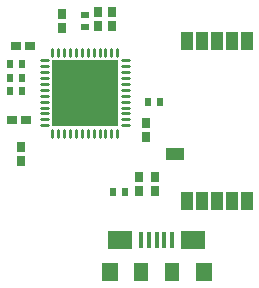
<source format=gbp>
G04 EAGLE Gerber RS-274X export*
G75*
%MOMM*%
%FSLAX34Y34*%
%LPD*%
%INSolderpaste Bottom*%
%IPPOS*%
%AMOC8*
5,1,8,0,0,1.08239X$1,22.5*%
G01*
%ADD10R,0.740000X0.925000*%
%ADD11R,0.925000X0.740000*%
%ADD12R,0.600000X0.700000*%
%ADD13R,0.700000X0.600000*%
%ADD14C,0.270000*%
%ADD15R,5.600000X5.600000*%
%ADD16R,0.400000X1.350000*%
%ADD17R,2.100000X1.600000*%
%ADD18R,1.400000X1.600000*%
%ADD19R,1.200000X1.600000*%
%ADD20R,1.000000X1.600000*%
%ADD21R,1.600000X1.000000*%


D10*
X34544Y128062D03*
X34544Y116062D03*
X140970Y136240D03*
X140970Y148240D03*
X69850Y228950D03*
X69850Y240950D03*
X111760Y230220D03*
X111760Y242220D03*
X100330Y230220D03*
X100330Y242220D03*
D11*
X42830Y213360D03*
X30830Y213360D03*
D12*
X152320Y166370D03*
X142320Y166370D03*
X25480Y175260D03*
X35480Y175260D03*
D13*
X88900Y229950D03*
X88900Y239950D03*
D12*
X35480Y186690D03*
X25480Y186690D03*
X35480Y198120D03*
X25480Y198120D03*
D14*
X61400Y205386D02*
X61400Y211286D01*
X66400Y211286D02*
X66400Y205386D01*
X71400Y205386D02*
X71400Y211286D01*
X76400Y211286D02*
X76400Y205386D01*
X81400Y205386D02*
X81400Y211286D01*
X86400Y211286D02*
X86400Y205386D01*
X91400Y205386D02*
X91400Y211286D01*
X96400Y211286D02*
X96400Y205386D01*
X101400Y205386D02*
X101400Y211286D01*
X106400Y211286D02*
X106400Y205386D01*
X111400Y205386D02*
X111400Y211286D01*
X116400Y211286D02*
X116400Y205386D01*
X120296Y201490D02*
X126196Y201490D01*
X126196Y196490D02*
X120296Y196490D01*
X120296Y191490D02*
X126196Y191490D01*
X126196Y186490D02*
X120296Y186490D01*
X120296Y181490D02*
X126196Y181490D01*
X126196Y176490D02*
X120296Y176490D01*
X120296Y171490D02*
X126196Y171490D01*
X126196Y166490D02*
X120296Y166490D01*
X120296Y161490D02*
X126196Y161490D01*
X126196Y156490D02*
X120296Y156490D01*
X120296Y151490D02*
X126196Y151490D01*
X126196Y146490D02*
X120296Y146490D01*
X116400Y142594D02*
X116400Y136694D01*
X111400Y136694D02*
X111400Y142594D01*
X106400Y142594D02*
X106400Y136694D01*
X101400Y136694D02*
X101400Y142594D01*
X96400Y142594D02*
X96400Y136694D01*
X91400Y136694D02*
X91400Y142594D01*
X86400Y142594D02*
X86400Y136694D01*
X81400Y136694D02*
X81400Y142594D01*
X76400Y142594D02*
X76400Y136694D01*
X71400Y136694D02*
X71400Y142594D01*
X66400Y142594D02*
X66400Y136694D01*
X61400Y136694D02*
X61400Y142594D01*
X57504Y146490D02*
X51604Y146490D01*
X51604Y151490D02*
X57504Y151490D01*
X57504Y156490D02*
X51604Y156490D01*
X51604Y161490D02*
X57504Y161490D01*
X57504Y166490D02*
X51604Y166490D01*
X51604Y171490D02*
X57504Y171490D01*
X57504Y176490D02*
X51604Y176490D01*
X51604Y181490D02*
X57504Y181490D01*
X57504Y186490D02*
X51604Y186490D01*
X51604Y191490D02*
X57504Y191490D01*
X57504Y196490D02*
X51604Y196490D01*
X51604Y201490D02*
X57504Y201490D01*
D15*
X88900Y173990D03*
D16*
X162860Y49530D03*
X156360Y49530D03*
X149860Y49530D03*
X143360Y49530D03*
X136860Y49530D03*
D17*
X180860Y49530D03*
X118860Y49530D03*
D18*
X189860Y22530D03*
D19*
X162860Y22530D03*
D18*
X109860Y22530D03*
D19*
X136860Y22530D03*
D20*
X226060Y82500D03*
X213360Y82500D03*
X200660Y82500D03*
X187960Y82500D03*
X175260Y82500D03*
D21*
X165260Y122500D03*
D20*
X175260Y217500D03*
X187960Y217500D03*
X200660Y217500D03*
X213360Y217500D03*
X226060Y217500D03*
D11*
X26964Y151104D03*
X38964Y151104D03*
D10*
X148590Y90520D03*
X148590Y102520D03*
X134620Y90520D03*
X134620Y102520D03*
D12*
X113110Y90170D03*
X123110Y90170D03*
M02*

</source>
